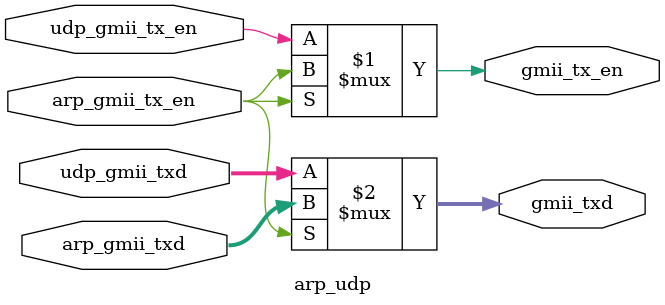
<source format=v>
module arp_udp (      //  用于控制发送数据和使能   
    input   wire            udp_gmii_tx_en  ,   //单沿转双沿的发送使能
    input   wire    [7:0]   udp_gmii_txd    ,   //单沿转双沿的发送数据
    input   wire            arp_gmii_tx_en  ,   //单沿转双沿的发送使能
    input   wire    [7:0]   arp_gmii_txd    ,   //单沿转双沿的发送数据

    output  wire            gmii_tx_en      ,   //单沿转双沿的发送使能
    output  wire    [7:0]   gmii_txd            //单沿转双沿的发送数据
);  

assign gmii_tx_en = (arp_gmii_tx_en) ? arp_gmii_tx_en : udp_gmii_tx_en ;
assign gmii_txd   = (arp_gmii_tx_en) ? arp_gmii_txd   : udp_gmii_txd   ;
    
endmodule
</source>
